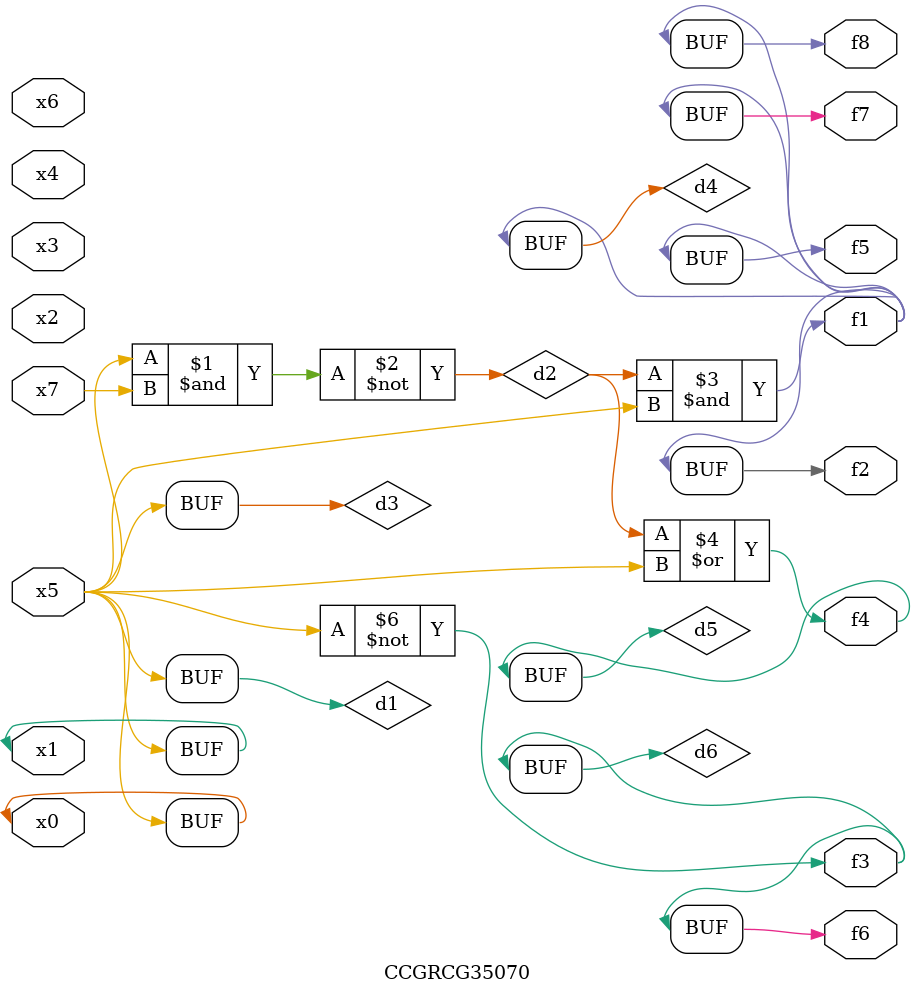
<source format=v>
module CCGRCG35070(
	input x0, x1, x2, x3, x4, x5, x6, x7,
	output f1, f2, f3, f4, f5, f6, f7, f8
);

	wire d1, d2, d3, d4, d5, d6;

	buf (d1, x0, x5);
	nand (d2, x5, x7);
	buf (d3, x0, x1);
	and (d4, d2, d3);
	or (d5, d2, d3);
	nor (d6, d1, d3);
	assign f1 = d4;
	assign f2 = d4;
	assign f3 = d6;
	assign f4 = d5;
	assign f5 = d4;
	assign f6 = d6;
	assign f7 = d4;
	assign f8 = d4;
endmodule

</source>
